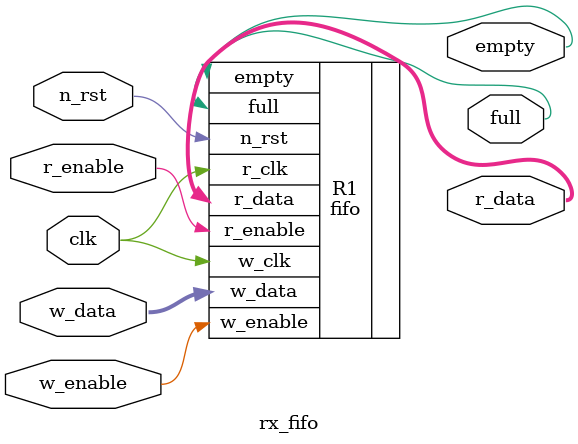
<source format=sv>
module rx_fifo
(
	input wire clk,
	input wire n_rst,
	input wire r_enable,
	input wire w_enable,
	input wire [7:0] w_data,
	output wire [7:0] r_data,
	output wire empty,
	output wire full
);

fifo R1 (.r_clk(clk), .w_clk(clk), .n_rst(n_rst), .r_enable(r_enable), .w_enable(w_enable), .w_data(w_data), .r_data(r_data), .empty(empty), .full(full));

endmodule

</source>
